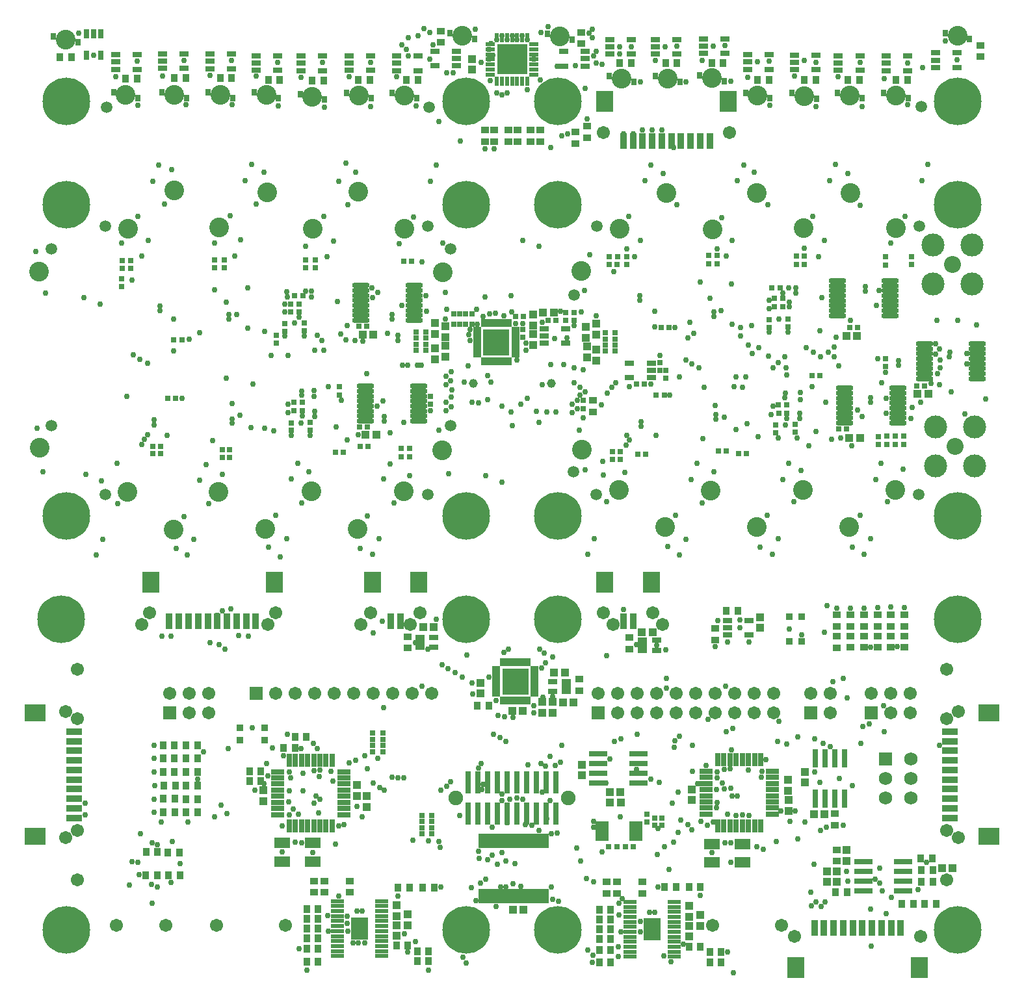
<source format=gts>
G04*
G04 #@! TF.GenerationSoftware,Altium Limited,Altium Designer,18.1.6 (161)*
G04*
G04 Layer_Color=8388736*
%FSTAX44Y44*%
%MOMM*%
G71*
G01*
G75*
%ADD87R,0.7032X0.9032*%
%ADD88R,1.1032X0.9032*%
%ADD89R,1.3032X0.8032*%
%ADD90R,0.9032X1.1032*%
%ADD91R,2.2032X2.8032*%
%ADD92R,0.9032X2.0032*%
%ADD93R,3.9032X3.9032*%
%ADD94R,1.2432X0.5332*%
%ADD95R,0.5332X1.2432*%
%ADD96R,1.1032X1.0032*%
%ADD97R,0.8032X1.3032*%
%ADD98R,0.8032X0.7532*%
%ADD99O,2.3032X0.6532*%
%ADD100R,0.7032X0.8032*%
%ADD101R,0.8032X0.7032*%
%ADD102R,0.7532X0.8032*%
%ADD103R,0.8032X0.8032*%
%ADD104R,1.0032X1.1032*%
%ADD105R,0.8032X0.8032*%
%ADD106R,3.3528X3.3528*%
%ADD107R,0.5080X1.0160*%
%ADD108R,1.0160X0.5080*%
%ADD109R,2.8032X2.2032*%
%ADD110R,2.0032X0.9032*%
%ADD111R,1.2032X0.6732*%
%ADD112R,1.7032X0.7532*%
%ADD113R,0.7532X1.7032*%
%ADD114R,2.4032X0.8032*%
%ADD115R,0.7112X2.9972*%
%ADD116R,0.6350X1.8542*%
%ADD117R,2.0032X1.4032*%
%ADD118R,0.9032X0.9532*%
%ADD119R,1.6532X0.5032*%
%ADD120R,1.7732X0.6132*%
%ADD121R,2.2282X2.8832*%
%ADD122R,0.9532X0.9032*%
%ADD123R,0.8032X2.4032*%
%ADD124C,0.7620*%
%ADD125C,1.5032*%
%ADD126C,2.5654*%
%ADD127C,1.7032*%
%ADD128C,6.2032*%
%ADD129C,2.2032*%
%ADD130C,3.0032*%
%ADD131C,1.1684*%
%ADD132R,1.7032X1.7032*%
%ADD133C,1.9032*%
%ADD134R,1.7272X1.7272*%
%ADD135C,1.7272*%
D87*
X00976Y0115125D02*
D03*
X00944Y0115875D02*
D03*
X00916Y01174D02*
D03*
X00884Y011815D02*
D03*
X01156Y0115125D02*
D03*
X01124Y0115875D02*
D03*
X01096Y0115125D02*
D03*
X01064Y0115875D02*
D03*
X010365Y011505D02*
D03*
X010045Y01158D02*
D03*
X007985Y01173D02*
D03*
X007665Y011805D02*
D03*
X00591Y0122875D02*
D03*
X00559Y0123625D02*
D03*
X00516Y0115125D02*
D03*
X00484Y0115875D02*
D03*
X004565Y0115125D02*
D03*
X004245Y0115875D02*
D03*
X00396Y011495D02*
D03*
X00364Y01157D02*
D03*
X00336Y0115175D02*
D03*
X00304Y0115925D02*
D03*
X00276Y0115175D02*
D03*
X00244Y0115925D02*
D03*
X00216Y0115175D02*
D03*
X00184Y0115925D02*
D03*
X00153Y0115175D02*
D03*
X00121Y0115925D02*
D03*
X0007475Y0122425D02*
D03*
X0004275Y0123175D02*
D03*
X008585Y01173D02*
D03*
X008265Y011805D02*
D03*
X006865Y01235424D02*
D03*
X007185Y01227924D02*
D03*
X01204Y0123625D02*
D03*
X01236Y0122875D02*
D03*
D88*
X0125Y01220565D02*
D03*
Y01205565D02*
D03*
X0073Y012225D02*
D03*
Y012375D02*
D03*
X007375Y01115D02*
D03*
Y011D02*
D03*
X007225Y011075D02*
D03*
Y010925D02*
D03*
X00677Y0111D02*
D03*
Y01095D02*
D03*
X006645Y0111D02*
D03*
Y01095D02*
D03*
X006475Y0111D02*
D03*
Y01095D02*
D03*
X00635Y0111D02*
D03*
Y01095D02*
D03*
X00617Y0111D02*
D03*
Y01095D02*
D03*
X006045Y0111D02*
D03*
Y01095D02*
D03*
X005475Y01224174D02*
D03*
Y01239174D02*
D03*
X00745Y007575D02*
D03*
Y007425D02*
D03*
X00792558Y0043378D02*
D03*
Y0044878D02*
D03*
X01150972Y00478297D02*
D03*
Y00463297D02*
D03*
Y00450797D02*
D03*
Y00435798D02*
D03*
X01133473Y00450797D02*
D03*
Y00435798D02*
D03*
Y00478297D02*
D03*
Y00463297D02*
D03*
X01115972Y00450797D02*
D03*
Y00435798D02*
D03*
Y00478297D02*
D03*
Y00463297D02*
D03*
X01098472Y00478297D02*
D03*
Y00463297D02*
D03*
Y00450797D02*
D03*
Y00435798D02*
D03*
X01080972Y00450797D02*
D03*
Y00435798D02*
D03*
Y00478297D02*
D03*
Y00463297D02*
D03*
X01063Y004785D02*
D03*
Y004635D02*
D03*
Y00450292D02*
D03*
Y00435292D02*
D03*
X0090481Y00445743D02*
D03*
Y00460743D02*
D03*
X01062772Y00157313D02*
D03*
Y00172313D02*
D03*
X0081Y001155D02*
D03*
Y001305D02*
D03*
X00762944Y00115501D02*
D03*
Y00130501D02*
D03*
X00728Y003945D02*
D03*
Y003795D02*
D03*
X00504Y00450107D02*
D03*
Y00435108D02*
D03*
X00429Y00131559D02*
D03*
Y00116559D02*
D03*
X00381944Y00131559D02*
D03*
Y00116559D02*
D03*
X00777Y001155D02*
D03*
Y001305D02*
D03*
X00396Y00131559D02*
D03*
Y00116559D02*
D03*
X01060294Y002045D02*
D03*
Y002195D02*
D03*
D89*
X01191618Y01210525D02*
D03*
Y01201025D02*
D03*
Y01191525D02*
D03*
X01219618D02*
D03*
Y01210525D02*
D03*
X01155Y012065D02*
D03*
Y011875D02*
D03*
X01127D02*
D03*
Y01197D02*
D03*
Y012065D02*
D03*
X01065Y01207D02*
D03*
Y011975D02*
D03*
Y01188D02*
D03*
X01093D02*
D03*
Y01207D02*
D03*
X01036Y012075D02*
D03*
Y011885D02*
D03*
X01008D02*
D03*
Y01198D02*
D03*
Y012075D02*
D03*
X00975Y0120825D02*
D03*
Y0118925D02*
D03*
X00947D02*
D03*
Y0119875D02*
D03*
Y0120825D02*
D03*
X009175Y0122875D02*
D03*
Y0120975D02*
D03*
X008895D02*
D03*
Y0121925D02*
D03*
Y0122875D02*
D03*
X00855Y01228D02*
D03*
Y01209D02*
D03*
X00827D02*
D03*
Y012185D02*
D03*
Y01228D02*
D03*
X00767D02*
D03*
Y012185D02*
D03*
Y01209D02*
D03*
X00795D02*
D03*
Y01228D02*
D03*
X00539638Y011938D02*
D03*
Y012128D02*
D03*
X00567637D02*
D03*
Y012033D02*
D03*
Y011938D02*
D03*
X005175Y012065D02*
D03*
Y011875D02*
D03*
X004895D02*
D03*
Y01197D02*
D03*
Y012065D02*
D03*
X004555Y01207D02*
D03*
Y01188D02*
D03*
X004275D02*
D03*
Y011975D02*
D03*
Y01207D02*
D03*
X00335Y01207D02*
D03*
Y01188D02*
D03*
X00307D02*
D03*
Y011975D02*
D03*
Y01207D02*
D03*
X00275Y01209D02*
D03*
Y0119D02*
D03*
X00247D02*
D03*
Y011995D02*
D03*
Y01209D02*
D03*
X00213Y012095D02*
D03*
Y011905D02*
D03*
X00185D02*
D03*
Y012D02*
D03*
Y012095D02*
D03*
X00152Y0120825D02*
D03*
Y0118925D02*
D03*
X00124D02*
D03*
Y0119875D02*
D03*
Y0120825D02*
D03*
X00365Y012065D02*
D03*
Y01197D02*
D03*
Y011875D02*
D03*
X00393D02*
D03*
Y012065D02*
D03*
X007355Y011935D02*
D03*
Y01203D02*
D03*
Y012125D02*
D03*
X007075D02*
D03*
Y011935D02*
D03*
X00793208Y0078725D02*
D03*
Y0080625D02*
D03*
X00821208D02*
D03*
Y0079675D02*
D03*
Y0078725D02*
D03*
X00709556Y00851036D02*
D03*
Y00832036D02*
D03*
X00681556D02*
D03*
Y00841536D02*
D03*
Y00851036D02*
D03*
X00920482Y00471063D02*
D03*
Y00461562D02*
D03*
Y00452063D02*
D03*
X00948482D02*
D03*
Y00471063D02*
D03*
D90*
X01155Y011755D02*
D03*
X0114D02*
D03*
X010925Y01175D02*
D03*
X010775D02*
D03*
X010355Y011755D02*
D03*
X010205D02*
D03*
X00975Y011755D02*
D03*
X0096D02*
D03*
X00915Y01197D02*
D03*
X009D02*
D03*
X0078D02*
D03*
X00795D02*
D03*
X005175Y01175D02*
D03*
X005025D02*
D03*
X00455Y011755D02*
D03*
X0044D02*
D03*
X003375Y011755D02*
D03*
X003225D02*
D03*
X00275Y011775D02*
D03*
X0026D02*
D03*
X00215Y011775D02*
D03*
X002D02*
D03*
X0006625Y01205D02*
D03*
X0005125D02*
D03*
X00152Y0117675D02*
D03*
X00137D02*
D03*
X0038Y011745D02*
D03*
X00395D02*
D03*
X0084Y01197D02*
D03*
X00855D02*
D03*
X007685Y00025514D02*
D03*
X007535D02*
D03*
X00934062Y00483493D02*
D03*
X00919062D02*
D03*
X01172082Y00161194D02*
D03*
X01187082D02*
D03*
X01187772Y00145438D02*
D03*
X01172772D02*
D03*
X01187772Y0013077D02*
D03*
X01172772D02*
D03*
X011925Y00102D02*
D03*
X011775D02*
D03*
X011475Y00102D02*
D03*
X011625D02*
D03*
X010615Y00116559D02*
D03*
X010765D02*
D03*
X008975Y0002594D02*
D03*
X009125D02*
D03*
X008855Y00124D02*
D03*
X008705D02*
D03*
X008385Y00124147D02*
D03*
X008535D02*
D03*
X007535Y00042D02*
D03*
X007685D02*
D03*
Y00068502D02*
D03*
X007535D02*
D03*
X007685Y00094D02*
D03*
X007535D02*
D03*
X005945Y00360186D02*
D03*
X006095D02*
D03*
X005165Y00027D02*
D03*
X005315D02*
D03*
X005385Y00123D02*
D03*
X005235D02*
D03*
X004915Y00123D02*
D03*
X005065D02*
D03*
X003725Y00095059D02*
D03*
X003875D02*
D03*
X003725Y00069562D02*
D03*
X003875D02*
D03*
Y00043059D02*
D03*
X003725D02*
D03*
Y00026574D02*
D03*
X003875D02*
D03*
X00312959Y00262D02*
D03*
X00297959D02*
D03*
X00312959Y00274648D02*
D03*
X00297958D02*
D03*
X003422Y00305D02*
D03*
X003572D02*
D03*
X00372275Y00319D02*
D03*
X00357275D02*
D03*
X00163Y00139D02*
D03*
X00178D02*
D03*
X002075D02*
D03*
X001925D02*
D03*
X002065Y0016854D02*
D03*
X001915D02*
D03*
X001635Y001695D02*
D03*
X001785D02*
D03*
X00185942Y0022125D02*
D03*
X00200942D02*
D03*
X00185942Y0023875D02*
D03*
X00200942D02*
D03*
X00186442Y0025625D02*
D03*
X00201442D02*
D03*
X00185542Y0029125D02*
D03*
X00200542D02*
D03*
X00185542Y0027375D02*
D03*
X00200543D02*
D03*
X00185542Y0030875D02*
D03*
X00200543D02*
D03*
X002155Y00274D02*
D03*
X002305D02*
D03*
X002305Y0030875D02*
D03*
X002155D02*
D03*
X002155Y0022125D02*
D03*
X002305D02*
D03*
X002155Y00238D02*
D03*
X002305D02*
D03*
X002155Y00255749D02*
D03*
X002305D02*
D03*
X002155Y0029125D02*
D03*
X002305D02*
D03*
X008975Y00039252D02*
D03*
X009125D02*
D03*
X007685Y00081001D02*
D03*
X007535D02*
D03*
X007685Y00056D02*
D03*
X007535D02*
D03*
X003725Y00057059D02*
D03*
X003875D02*
D03*
X003725Y00082059D02*
D03*
X003875D02*
D03*
X00489501Y00047245D02*
D03*
X005045D02*
D03*
X005315Y00040311D02*
D03*
X005165D02*
D03*
X008855Y00046186D02*
D03*
X00870501D02*
D03*
D91*
X009215Y01147D02*
D03*
X00761D02*
D03*
X008215Y00521D02*
D03*
X00761D02*
D03*
X0033025D02*
D03*
X0016975D02*
D03*
X0100975Y00019D02*
D03*
X0117025D02*
D03*
X005185Y00521D02*
D03*
X00458D02*
D03*
D92*
X008975Y01096D02*
D03*
X00885D02*
D03*
X008725D02*
D03*
X0086D02*
D03*
X0081D02*
D03*
X007975D02*
D03*
X00785D02*
D03*
X008475D02*
D03*
X00835D02*
D03*
X008225D02*
D03*
X007975Y0047D02*
D03*
X00785D02*
D03*
X0030625D02*
D03*
X0029375D02*
D03*
X0028125D02*
D03*
X0026875D02*
D03*
X0021875D02*
D03*
X0020625D02*
D03*
X0019375D02*
D03*
X0025625D02*
D03*
X0024375D02*
D03*
X0023125D02*
D03*
X0103375Y0007D02*
D03*
X0104625D02*
D03*
X0105875D02*
D03*
X0107125D02*
D03*
X0112125D02*
D03*
X0113375D02*
D03*
X0114625D02*
D03*
X0108375D02*
D03*
X0109625D02*
D03*
X0110875D02*
D03*
X004945Y0047D02*
D03*
X00482D02*
D03*
D93*
X0064Y01202D02*
D03*
D94*
X0066835Y012215D02*
D03*
Y01215D02*
D03*
Y012085D02*
D03*
Y01202D02*
D03*
Y011955D02*
D03*
Y01189D02*
D03*
Y011825D02*
D03*
X0061165D02*
D03*
Y01189D02*
D03*
Y011955D02*
D03*
Y01202D02*
D03*
Y012085D02*
D03*
Y01215D02*
D03*
Y012215D02*
D03*
D95*
X006205Y0123035D02*
D03*
X00627D02*
D03*
X006335D02*
D03*
X0064D02*
D03*
X006465D02*
D03*
X00653D02*
D03*
X006595D02*
D03*
Y0117365D02*
D03*
X00653D02*
D03*
X006465D02*
D03*
X0064D02*
D03*
X006335D02*
D03*
X00627D02*
D03*
X006205D02*
D03*
D96*
X005875Y011885D02*
D03*
Y012025D02*
D03*
X00749554Y0082386D02*
D03*
Y0080986D02*
D03*
X007375Y00827942D02*
D03*
Y00813942D02*
D03*
X00553466Y00828766D02*
D03*
Y00814766D02*
D03*
X0053975Y008255D02*
D03*
Y008115D02*
D03*
X00667426Y0086925D02*
D03*
Y0085525D02*
D03*
X00736092Y00853578D02*
D03*
Y00839578D02*
D03*
X00749554Y00857642D02*
D03*
Y00843642D02*
D03*
X00553466Y00854214D02*
D03*
Y00840214D02*
D03*
X0053975Y00858484D02*
D03*
Y00844484D02*
D03*
X00667426Y00844102D02*
D03*
Y00830102D02*
D03*
X00962562Y00475493D02*
D03*
Y00461493D02*
D03*
X00731Y00283D02*
D03*
Y00269D02*
D03*
X00874338Y00251D02*
D03*
Y00237D02*
D03*
X00999Y0024919D02*
D03*
Y0026319D02*
D03*
X01Y00223D02*
D03*
Y00237D02*
D03*
X01075272Y00171743D02*
D03*
Y00157743D02*
D03*
X01062772Y00130313D02*
D03*
Y00144313D02*
D03*
X01050272Y00130313D02*
D03*
Y00144313D02*
D03*
X00885Y00073D02*
D03*
Y00087D02*
D03*
X00871Y00085D02*
D03*
Y00099D02*
D03*
X00693Y00365D02*
D03*
Y00351D02*
D03*
X00679Y00351D02*
D03*
Y00365D02*
D03*
X00599251Y0039D02*
D03*
Y00376D02*
D03*
X00451Y00228D02*
D03*
Y00242D02*
D03*
X0049Y00100059D02*
D03*
Y00086059D02*
D03*
X00504Y00088059D02*
D03*
Y00074059D02*
D03*
X00438Y00242648D02*
D03*
Y00256648D02*
D03*
X00316Y00249648D02*
D03*
Y00235648D02*
D03*
X00870972Y00073003D02*
D03*
Y00059003D02*
D03*
X00489972Y00060061D02*
D03*
Y00074062D02*
D03*
X01021Y00259648D02*
D03*
Y00273648D02*
D03*
D97*
X001045Y0123575D02*
D03*
X00095D02*
D03*
X000855D02*
D03*
Y0120775D02*
D03*
X001045D02*
D03*
D98*
X007325Y00747036D02*
D03*
Y00757536D02*
D03*
X0084025Y00797D02*
D03*
Y007865D02*
D03*
X0083275Y00796878D02*
D03*
Y00807378D02*
D03*
X00709853Y00861648D02*
D03*
Y00872148D02*
D03*
X0072075D02*
D03*
Y00861648D02*
D03*
X0033274Y00842684D02*
D03*
Y00832184D02*
D03*
X00533446Y0076326D02*
D03*
Y0075276D02*
D03*
X0112649Y00801704D02*
D03*
Y00812204D02*
D03*
X01160018Y009348D02*
D03*
Y009453D02*
D03*
X01150112Y00711112D02*
D03*
Y00700612D02*
D03*
X01117346Y00710858D02*
D03*
Y00700358D02*
D03*
X01128268Y00711112D02*
D03*
Y00700612D02*
D03*
X0113919Y00711112D02*
D03*
Y00700612D02*
D03*
X01010158Y00935054D02*
D03*
Y00945554D02*
D03*
X0090678Y0093607D02*
D03*
Y0094657D02*
D03*
X00789686Y00934546D02*
D03*
Y00945046D02*
D03*
X01020826Y0093497D02*
D03*
Y0094547D02*
D03*
X00896112Y0093607D02*
D03*
Y0094657D02*
D03*
X01125982Y00934292D02*
D03*
Y00944792D02*
D03*
X00415036Y00764874D02*
D03*
Y00775374D02*
D03*
X004953Y00684356D02*
D03*
Y00694856D02*
D03*
X00262382Y0068334D02*
D03*
Y0069384D02*
D03*
X00506476Y00684356D02*
D03*
Y00694856D02*
D03*
X00272034Y0068334D02*
D03*
Y0069384D02*
D03*
X00371Y00940728D02*
D03*
Y00930228D02*
D03*
X00131572Y00905674D02*
D03*
Y00916174D02*
D03*
X00143256Y0094022D02*
D03*
Y0092972D02*
D03*
X0013208Y0094022D02*
D03*
Y0092972D02*
D03*
X0038354Y00940728D02*
D03*
Y00930228D02*
D03*
X0025273Y00940728D02*
D03*
Y00930228D02*
D03*
X00264922Y00940728D02*
D03*
Y00930228D02*
D03*
D99*
X00518072Y00730754D02*
D03*
Y00737254D02*
D03*
Y00743754D02*
D03*
Y00750254D02*
D03*
Y00756754D02*
D03*
Y00763254D02*
D03*
Y00769754D02*
D03*
Y00776254D02*
D03*
X00449072Y00730754D02*
D03*
Y00737254D02*
D03*
Y00743754D02*
D03*
Y00750254D02*
D03*
Y00756754D02*
D03*
Y00763254D02*
D03*
Y00769754D02*
D03*
Y00776254D02*
D03*
X0107315Y0077368D02*
D03*
Y0076718D02*
D03*
Y0076068D02*
D03*
Y0075418D02*
D03*
Y0074768D02*
D03*
Y0074118D02*
D03*
Y0073468D02*
D03*
Y0072818D02*
D03*
X0114215Y0077368D02*
D03*
Y0076718D02*
D03*
Y0076068D02*
D03*
Y0075418D02*
D03*
Y0074768D02*
D03*
Y0074118D02*
D03*
Y0073468D02*
D03*
Y0072818D02*
D03*
X01177124Y0083171D02*
D03*
Y0082521D02*
D03*
Y0081871D02*
D03*
Y0081221D02*
D03*
Y0080571D02*
D03*
Y0079921D02*
D03*
Y0079271D02*
D03*
Y0078621D02*
D03*
X01246124Y0083171D02*
D03*
Y0082521D02*
D03*
Y0081871D02*
D03*
Y0081221D02*
D03*
Y0080571D02*
D03*
Y0079921D02*
D03*
Y0079271D02*
D03*
Y0078621D02*
D03*
X01063332Y00913668D02*
D03*
Y00907168D02*
D03*
Y00900668D02*
D03*
Y00894168D02*
D03*
Y00887668D02*
D03*
Y00881168D02*
D03*
Y00874668D02*
D03*
Y00868168D02*
D03*
X01132332Y00913668D02*
D03*
Y00907168D02*
D03*
Y00900668D02*
D03*
Y00894168D02*
D03*
Y00887668D02*
D03*
Y00881168D02*
D03*
Y00874668D02*
D03*
Y00868168D02*
D03*
X00443318Y00907572D02*
D03*
Y00901072D02*
D03*
Y00894572D02*
D03*
Y00888072D02*
D03*
Y00881572D02*
D03*
Y00875072D02*
D03*
Y00868572D02*
D03*
Y00862072D02*
D03*
X00512318Y00907572D02*
D03*
Y00901072D02*
D03*
Y00894572D02*
D03*
Y00888072D02*
D03*
Y00881572D02*
D03*
Y00875072D02*
D03*
Y00868572D02*
D03*
Y00862072D02*
D03*
D100*
X00377444Y0072915D02*
D03*
Y0071915D02*
D03*
X00352498Y00728642D02*
D03*
Y00718642D02*
D03*
X01008522Y00716356D02*
D03*
Y00726356D02*
D03*
X00983576Y00715848D02*
D03*
Y00725848D02*
D03*
X00999723Y0085341D02*
D03*
Y0086341D02*
D03*
X00974577Y00852902D02*
D03*
Y00862902D02*
D03*
X0065405Y00840054D02*
D03*
Y00850054D02*
D03*
X00369316Y00858436D02*
D03*
Y00848436D02*
D03*
X0034417Y00857928D02*
D03*
Y00847928D02*
D03*
X00816Y0020882D02*
D03*
Y0021882D02*
D03*
X008255Y0021382D02*
D03*
Y0020382D02*
D03*
X0083525Y0021382D02*
D03*
Y0020382D02*
D03*
D101*
X00451278Y0072288D02*
D03*
X00441278D02*
D03*
X01075356Y00720306D02*
D03*
X01065356D02*
D03*
X0117721Y00776728D02*
D03*
X0116721D02*
D03*
X01090088Y0085242D02*
D03*
X01080088D02*
D03*
X0044077Y00854706D02*
D03*
X0045077D02*
D03*
X00654986Y00867152D02*
D03*
X00644986D02*
D03*
X00802006Y00779D02*
D03*
X00812006D02*
D03*
X0068725Y00861818D02*
D03*
X0069725D02*
D03*
D102*
X00989Y0090475D02*
D03*
X009785D02*
D03*
X00827616Y00764282D02*
D03*
X00838116D02*
D03*
X00992489Y00879716D02*
D03*
X00981989D02*
D03*
X00992349Y00890638D02*
D03*
X00981849D02*
D03*
X01040838Y0079025D02*
D03*
X01030338D02*
D03*
X00997582Y00752277D02*
D03*
X00987082D02*
D03*
X00945304Y00688082D02*
D03*
X00934804D02*
D03*
X00918888Y00691638D02*
D03*
X00908388D02*
D03*
X00780966Y00680462D02*
D03*
X00770466D02*
D03*
X0078122Y00690622D02*
D03*
X0077072D02*
D03*
X0081424Y0068732D02*
D03*
X0080374D02*
D03*
X00777156Y00945384D02*
D03*
X00766656D02*
D03*
X00776902Y00934546D02*
D03*
X00766402D02*
D03*
X00366504Y00755071D02*
D03*
X00356004D02*
D03*
X00442298Y0069748D02*
D03*
X00452798D02*
D03*
X00172042Y00688844D02*
D03*
X00182542D02*
D03*
X0042054Y00690368D02*
D03*
X0041004D02*
D03*
X00171788Y00697734D02*
D03*
X00182288D02*
D03*
X00498686Y00939288D02*
D03*
X00509186D02*
D03*
X00210016Y00836926D02*
D03*
X00199516D02*
D03*
X00357Y00894572D02*
D03*
X003675D02*
D03*
X003625Y00883632D02*
D03*
X00352D02*
D03*
X00362482Y0087275D02*
D03*
X00351982D02*
D03*
X00844434Y0085242D02*
D03*
X00833934D02*
D03*
X00997722Y00741355D02*
D03*
X00987222D02*
D03*
X002021Y00760336D02*
D03*
X001916D02*
D03*
X00356144Y00744149D02*
D03*
X00366644D02*
D03*
X00798Y00176D02*
D03*
X007875D02*
D03*
X00776625D02*
D03*
X00766125D02*
D03*
D103*
X00761088Y00821878D02*
D03*
Y00829878D02*
D03*
Y00837878D02*
D03*
Y00845878D02*
D03*
X00774088D02*
D03*
Y00837878D02*
D03*
Y00829878D02*
D03*
Y00821878D02*
D03*
X00528216Y00846974D02*
D03*
Y00838974D02*
D03*
Y00830974D02*
D03*
Y00822974D02*
D03*
X00515216D02*
D03*
Y00830974D02*
D03*
Y00838974D02*
D03*
Y00846974D02*
D03*
X005225Y00217D02*
D03*
Y00209D02*
D03*
Y00201D02*
D03*
Y00193D02*
D03*
X005355D02*
D03*
Y00201D02*
D03*
Y00209D02*
D03*
Y00217D02*
D03*
X004715Y003D02*
D03*
Y00308D02*
D03*
Y00316D02*
D03*
Y00324D02*
D03*
X004585D02*
D03*
Y00316D02*
D03*
Y00308D02*
D03*
Y003D02*
D03*
D104*
X006945Y0087225D02*
D03*
X006805D02*
D03*
X01079104Y00709164D02*
D03*
X01093104D02*
D03*
X01168258Y0076606D02*
D03*
X01182258D02*
D03*
X01089264Y00842006D02*
D03*
X01075264D02*
D03*
X00449358Y0071272D02*
D03*
X00463358D02*
D03*
X00445628Y00843784D02*
D03*
X00459628D02*
D03*
X00823Y00456D02*
D03*
X00809D02*
D03*
X00781689Y00234D02*
D03*
X00767689D02*
D03*
X00781Y0024721D02*
D03*
X00767D02*
D03*
X012Y00148D02*
D03*
X01214D02*
D03*
X00709Y00403D02*
D03*
X00695D02*
D03*
X0070605Y00364001D02*
D03*
X0072005D02*
D03*
X0064Y00353D02*
D03*
X00654D02*
D03*
X00641Y00094D02*
D03*
X00655D02*
D03*
X00538Y00462D02*
D03*
X00524D02*
D03*
X01033Y002185D02*
D03*
X01047D02*
D03*
D105*
X00563818Y0087035D02*
D03*
X00571818D02*
D03*
X00579818D02*
D03*
X00587818D02*
D03*
Y0085735D02*
D03*
X00579818D02*
D03*
X00571818D02*
D03*
X00563818D02*
D03*
D106*
X00619506Y00833624D02*
D03*
X00644392Y00391655D02*
D03*
D107*
X0060198Y00858516D02*
D03*
X0060706D02*
D03*
X00611886D02*
D03*
X00616966D02*
D03*
X00622046D02*
D03*
X00627126D02*
D03*
X00631952D02*
D03*
X00637032D02*
D03*
Y00808732D02*
D03*
X00631952D02*
D03*
X00627126D02*
D03*
X00622046D02*
D03*
X00616966D02*
D03*
X00611886D02*
D03*
X0060706D02*
D03*
X0060198D02*
D03*
X00661918Y00416547D02*
D03*
X00656838D02*
D03*
X00652012D02*
D03*
X00646932D02*
D03*
X00641852D02*
D03*
X00636772D02*
D03*
X00631946D02*
D03*
X00626866D02*
D03*
Y00366763D02*
D03*
X00631946D02*
D03*
X00636772D02*
D03*
X00641852D02*
D03*
X00646932D02*
D03*
X00652012D02*
D03*
X00656838D02*
D03*
X00661918D02*
D03*
D108*
X00644398Y0085115D02*
D03*
Y0084607D02*
D03*
Y00841244D02*
D03*
Y00836164D02*
D03*
Y00831084D02*
D03*
Y00826004D02*
D03*
Y00821178D02*
D03*
Y00816098D02*
D03*
X00594614D02*
D03*
Y00821178D02*
D03*
Y00826004D02*
D03*
Y00831084D02*
D03*
Y00836164D02*
D03*
Y00841244D02*
D03*
Y0084607D02*
D03*
Y0085115D02*
D03*
X00669284Y00374129D02*
D03*
Y00379209D02*
D03*
Y00384035D02*
D03*
Y00389115D02*
D03*
Y00394195D02*
D03*
Y00399275D02*
D03*
Y00404101D02*
D03*
Y00409181D02*
D03*
X006195D02*
D03*
Y00404101D02*
D03*
Y00399275D02*
D03*
Y00394195D02*
D03*
Y00389115D02*
D03*
Y00384035D02*
D03*
Y00379209D02*
D03*
Y00374129D02*
D03*
D109*
X01261Y0018975D02*
D03*
Y0035025D02*
D03*
X00019D02*
D03*
Y0018975D02*
D03*
D110*
X0121Y0021375D02*
D03*
Y0022625D02*
D03*
Y0023875D02*
D03*
Y0025125D02*
D03*
Y0030125D02*
D03*
Y0031375D02*
D03*
Y0032625D02*
D03*
Y0026375D02*
D03*
Y0027625D02*
D03*
Y0028875D02*
D03*
X0007Y0032625D02*
D03*
Y0031375D02*
D03*
Y0030125D02*
D03*
Y0028875D02*
D03*
Y0023875D02*
D03*
Y0022625D02*
D03*
Y0021375D02*
D03*
Y0027625D02*
D03*
Y0026375D02*
D03*
Y0025125D02*
D03*
D111*
X0081Y0044528D02*
D03*
Y0043228D02*
D03*
X00828Y0044528D02*
D03*
Y0043228D02*
D03*
X0081Y0043878D02*
D03*
X00711Y00385D02*
D03*
X00693Y003915D02*
D03*
Y003785D02*
D03*
X00711Y003915D02*
D03*
Y003785D02*
D03*
X0052Y00449D02*
D03*
Y00436D02*
D03*
X00538Y00449D02*
D03*
Y00436D02*
D03*
X0052Y004425D02*
D03*
D112*
X00892926Y00274648D02*
D03*
Y00266648D02*
D03*
Y00258648D02*
D03*
Y00250648D02*
D03*
Y00242648D02*
D03*
Y00234648D02*
D03*
Y00226648D02*
D03*
Y00218648D02*
D03*
X00978926D02*
D03*
Y00226648D02*
D03*
Y00234648D02*
D03*
Y00242648D02*
D03*
Y00250648D02*
D03*
Y00258648D02*
D03*
Y00266648D02*
D03*
Y00274648D02*
D03*
X00334791Y00274D02*
D03*
Y00266D02*
D03*
Y00258D02*
D03*
Y0025D02*
D03*
Y00242D02*
D03*
Y00234D02*
D03*
Y00226D02*
D03*
Y00218D02*
D03*
X00420791D02*
D03*
Y00226D02*
D03*
Y00234D02*
D03*
Y00242D02*
D03*
Y0025D02*
D03*
Y00258D02*
D03*
Y00266D02*
D03*
Y00274D02*
D03*
D113*
X00907925Y00203648D02*
D03*
X00915926D02*
D03*
X00923925D02*
D03*
X00931926D02*
D03*
X00939926D02*
D03*
X00947925D02*
D03*
X00955925D02*
D03*
X00963925D02*
D03*
Y00289648D02*
D03*
X00955925D02*
D03*
X00947925D02*
D03*
X00939926D02*
D03*
X00931926D02*
D03*
X00923925D02*
D03*
X00915926D02*
D03*
X00907925D02*
D03*
X00349791Y00203D02*
D03*
X0035779D02*
D03*
X00365791D02*
D03*
X00373791D02*
D03*
X00381791D02*
D03*
X00389791D02*
D03*
X00397791D02*
D03*
X00405791D02*
D03*
Y00289D02*
D03*
X00397791D02*
D03*
X00389791D02*
D03*
X00381791D02*
D03*
X00373791D02*
D03*
X00365791D02*
D03*
X0035779D02*
D03*
X00349791D02*
D03*
D114*
X01097272Y00144213D02*
D03*
X01149272D02*
D03*
X01097272Y00156913D02*
D03*
Y00131513D02*
D03*
Y00118813D02*
D03*
X01149272Y00156913D02*
D03*
Y00131513D02*
D03*
Y00118813D02*
D03*
X00752413Y00284424D02*
D03*
X00804413D02*
D03*
X00752413Y00297124D02*
D03*
Y00271724D02*
D03*
Y00259024D02*
D03*
X00804413Y00297124D02*
D03*
Y00271724D02*
D03*
Y00259024D02*
D03*
D115*
X0069715Y0021968D02*
D03*
Y0026032D02*
D03*
X0068445Y0021968D02*
D03*
Y0026032D02*
D03*
X0067175Y0021968D02*
D03*
Y0026032D02*
D03*
X0065905Y0021968D02*
D03*
Y0026032D02*
D03*
X0064635Y0021968D02*
D03*
Y0026032D02*
D03*
X0063365Y0021968D02*
D03*
Y0026032D02*
D03*
X0062095Y0021968D02*
D03*
Y0026032D02*
D03*
X0060825Y0021968D02*
D03*
Y0026032D02*
D03*
X0059555Y0021968D02*
D03*
Y0026032D02*
D03*
X0058285Y0021968D02*
D03*
Y0026032D02*
D03*
D116*
X00599766Y00184184D02*
D03*
X00606116D02*
D03*
X0061272D02*
D03*
X0061907D02*
D03*
X00625674D02*
D03*
X00632278D02*
D03*
X00638628D02*
D03*
X00645232D02*
D03*
X00651582D02*
D03*
X00658186D02*
D03*
X0066479D02*
D03*
X0067114D02*
D03*
X00677744D02*
D03*
X00684094D02*
D03*
Y0011154D02*
D03*
X00677744D02*
D03*
X0067114D02*
D03*
X0066479D02*
D03*
X00658186D02*
D03*
X00651582D02*
D03*
X00645232D02*
D03*
X00638628D02*
D03*
X00632278D02*
D03*
X00625674D02*
D03*
X0061907D02*
D03*
X0061272D02*
D03*
X00606116D02*
D03*
X00599766D02*
D03*
D117*
X00340525Y00181D02*
D03*
X00380525D02*
D03*
Y00157D02*
D03*
X00340525D02*
D03*
X009Y00156D02*
D03*
X0094D02*
D03*
Y0018D02*
D03*
X009D02*
D03*
D118*
X00318Y0033125D02*
D03*
X00286D02*
D03*
Y0031475D02*
D03*
X00318D02*
D03*
D119*
X007575Y0020632D02*
D03*
Y0020132D02*
D03*
Y0019632D02*
D03*
Y0019132D02*
D03*
Y0018632D02*
D03*
X008015Y0020632D02*
D03*
Y0020132D02*
D03*
Y0019632D02*
D03*
Y0019132D02*
D03*
Y0018632D02*
D03*
D120*
X00793572Y00104252D02*
D03*
Y00097752D02*
D03*
Y00091252D02*
D03*
Y00084753D02*
D03*
Y00078252D02*
D03*
Y00071753D02*
D03*
Y00065253D02*
D03*
Y00058753D02*
D03*
Y00052252D02*
D03*
Y00045753D02*
D03*
Y00039253D02*
D03*
Y00032752D02*
D03*
X00850972D02*
D03*
Y00039253D02*
D03*
Y00045753D02*
D03*
Y00052252D02*
D03*
Y00058753D02*
D03*
Y00065253D02*
D03*
Y00071753D02*
D03*
Y00078252D02*
D03*
Y00084753D02*
D03*
Y00091252D02*
D03*
Y00097752D02*
D03*
Y00104252D02*
D03*
X00469972Y00105311D02*
D03*
Y00098812D02*
D03*
Y00092312D02*
D03*
Y00085811D02*
D03*
Y00079311D02*
D03*
Y00072812D02*
D03*
Y00066311D02*
D03*
Y00059811D02*
D03*
Y00053312D02*
D03*
Y00046812D02*
D03*
Y00040311D02*
D03*
Y00033812D02*
D03*
X00412572D02*
D03*
Y00040311D02*
D03*
Y00046812D02*
D03*
Y00053312D02*
D03*
Y00059811D02*
D03*
Y00066311D02*
D03*
Y00072812D02*
D03*
Y00079311D02*
D03*
Y00085811D02*
D03*
Y00092312D02*
D03*
Y00098812D02*
D03*
Y00105311D02*
D03*
D121*
X00822272Y00068502D02*
D03*
X00441272Y00069562D02*
D03*
D122*
X0100075Y00476D02*
D03*
Y00444D02*
D03*
X0101725D02*
D03*
Y00476D02*
D03*
D123*
X01047594Y00239D02*
D03*
Y00291D02*
D03*
X01034894Y00239D02*
D03*
X01060294D02*
D03*
X01072994D02*
D03*
X01034894Y00291D02*
D03*
X01060294D02*
D03*
X01072994D02*
D03*
D124*
X00735Y0116425D02*
D03*
X007355Y011935D02*
D03*
X00545Y0112131D02*
D03*
X00555Y01185D02*
D03*
X00563348D02*
D03*
X005725Y01096D02*
D03*
X0069Y010875D02*
D03*
X01174618Y01191525D02*
D03*
X0078Y012185D02*
D03*
Y01209D02*
D03*
X007575Y01195748D02*
D03*
X0075Y01196957D02*
D03*
X00746476Y01206326D02*
D03*
X01204Y01226D02*
D03*
X01219618Y01201525D02*
D03*
X01125Y0117675D02*
D03*
X01155Y011975D02*
D03*
X00947Y01179D02*
D03*
X00975Y011995D02*
D03*
X009175Y0122D02*
D03*
X008875Y01201D02*
D03*
X00855Y01219416D02*
D03*
X00827Y01201D02*
D03*
X00795Y012185D02*
D03*
X00687Y01244464D02*
D03*
X00617Y01085625D02*
D03*
X006045Y01085609D02*
D03*
X0064Y012D02*
D03*
X00456Y01141D02*
D03*
X004275Y0117975D02*
D03*
X004555Y011985D02*
D03*
X00393Y01198D02*
D03*
X00365Y011785D02*
D03*
X003355Y011415D02*
D03*
X00335Y011985D02*
D03*
X00705Y011025D02*
D03*
X007125Y01105D02*
D03*
X00737623Y01124877D02*
D03*
X00835Y011105D02*
D03*
X0085Y010875D02*
D03*
X008075Y01173D02*
D03*
X0086685D02*
D03*
X0092485Y01174D02*
D03*
X01036Y01141D02*
D03*
X009755Y01142D02*
D03*
X011555Y0114275D02*
D03*
X006Y01198292D02*
D03*
X005325Y012025D02*
D03*
X0061165Y0117415D02*
D03*
X005925Y01241644D02*
D03*
X0062675Y01155551D02*
D03*
X00699Y011935D02*
D03*
X00677Y01175D02*
D03*
X0075Y012125D02*
D03*
X007225Y01193708D02*
D03*
X0066835Y01202D02*
D03*
X00744572Y01230422D02*
D03*
X0074Y01236D02*
D03*
X00744572Y01241644D02*
D03*
X006775Y012375D02*
D03*
X006465Y012275D02*
D03*
X00653Y01233D02*
D03*
X006595Y01227464D02*
D03*
X0083925Y012185D02*
D03*
X0090175Y0121925D02*
D03*
X0095975Y0119875D02*
D03*
X010205Y012005D02*
D03*
X00502791Y01215D02*
D03*
X0049619Y0122131D02*
D03*
X005375D02*
D03*
X00505Y012305D02*
D03*
X005175Y01233D02*
D03*
X00532992Y01237008D02*
D03*
X000755Y0123625D02*
D03*
X00525Y012425D02*
D03*
X0061Y012025D02*
D03*
X00615Y0120775D02*
D03*
X0063375Y01228D02*
D03*
X00626892Y012325D02*
D03*
X0061Y01215D02*
D03*
X00612499Y012225D02*
D03*
X00639999Y012325D02*
D03*
X0062Y012275D02*
D03*
X0009525Y0120775D02*
D03*
X003955Y0114D02*
D03*
X01036Y011985D02*
D03*
X01008Y011805D02*
D03*
X00275Y012005D02*
D03*
X00247Y01181D02*
D03*
X002755Y01143D02*
D03*
X00213Y012005D02*
D03*
X00185Y011805D02*
D03*
X002155Y01143D02*
D03*
X00152Y0119975D02*
D03*
X00124Y0117975D02*
D03*
X001525Y0114225D02*
D03*
X00307Y011805D02*
D03*
X0086Y0109021D02*
D03*
X006595Y01163D02*
D03*
X0081Y011105D02*
D03*
X008225D02*
D03*
X007975Y01105D02*
D03*
X00785D02*
D03*
X008725Y010975D02*
D03*
X0062Y011585D02*
D03*
X006335D02*
D03*
X00885Y01096D02*
D03*
X008975Y01095D02*
D03*
X00505Y012065D02*
D03*
X01093Y01198D02*
D03*
X005155Y011415D02*
D03*
X010955Y01141D02*
D03*
X01065Y011795D02*
D03*
X004895D02*
D03*
X00733085Y00735D02*
D03*
X0072804Y00764506D02*
D03*
X0055Y00962722D02*
D03*
X00711785Y00839265D02*
D03*
X0085233Y0085242D02*
D03*
X00825558Y00853192D02*
D03*
X00890086Y0077495D02*
D03*
X00756589Y00752286D02*
D03*
X01120902Y00780866D02*
D03*
X0103075Y0077575D02*
D03*
X00425016Y00855104D02*
D03*
X00322771Y00566771D02*
D03*
X0020308Y0056508D02*
D03*
X011435Y00809402D02*
D03*
X0114325Y00803833D02*
D03*
X0087163Y0085987D02*
D03*
X009025Y00866795D02*
D03*
Y0087275D02*
D03*
X00362482Y00865947D02*
D03*
X00371518Y00900518D02*
D03*
X0034725Y00892806D02*
D03*
X01001Y0088D02*
D03*
Y00886118D02*
D03*
X0080625Y00894572D02*
D03*
X00806039Y00888017D02*
D03*
X01000549Y00904268D02*
D03*
X00992349Y008975D02*
D03*
X0088484Y0091234D02*
D03*
X0116125Y00749D02*
D03*
X01159307Y00734259D02*
D03*
X0121175Y007685D02*
D03*
X007205Y00855301D02*
D03*
X0072975Y00873D02*
D03*
X00702876Y00873699D02*
D03*
X00679156Y00859468D02*
D03*
X00685038Y00742692D02*
D03*
X00690534Y00804263D02*
D03*
X00646282Y00810263D02*
D03*
X00577516Y00781412D02*
D03*
X00561632Y00771432D02*
D03*
X00560578Y0079527D02*
D03*
X0052225Y0080332D02*
D03*
X0049125Y00835656D02*
D03*
Y008425D02*
D03*
X0050375Y0080332D02*
D03*
X005165Y0080325D02*
D03*
X004975Y0080332D02*
D03*
X00679033Y00778262D02*
D03*
X0061238Y0084075D02*
D03*
X00612376Y00833624D02*
D03*
X00695214Y0083825D02*
D03*
X00749554Y00868054D02*
D03*
X00733085Y00797415D02*
D03*
X007205Y0080063D02*
D03*
X00736346Y00813924D02*
D03*
X0065405Y00858008D02*
D03*
X0106522Y0080278D02*
D03*
X0105968Y00815D02*
D03*
X01052086Y0082075D02*
D03*
X0105925Y008275D02*
D03*
X00961547Y00826514D02*
D03*
X00997524Y0079119D02*
D03*
X00997Y008D02*
D03*
X01042Y00815D02*
D03*
X0103225Y00820495D02*
D03*
X01023Y0082625D02*
D03*
X0099525Y00814882D02*
D03*
X008835Y008D02*
D03*
X0095288Y00818962D02*
D03*
X00974137Y0081575D02*
D03*
X0087425Y008055D02*
D03*
X00866186Y0081D02*
D03*
X0094775Y00829789D02*
D03*
X009375Y0084175D02*
D03*
Y008525D02*
D03*
X00951964Y00854941D02*
D03*
X00926279Y00856776D02*
D03*
X0086875Y0083925D02*
D03*
X0087675Y00845D02*
D03*
X0085775Y0078875D02*
D03*
X00820926Y00779D02*
D03*
X00793208Y00775966D02*
D03*
X0098013Y0080063D02*
D03*
X00987Y0080675D02*
D03*
X00832358Y00816352D02*
D03*
X00764Y0076725D02*
D03*
X00769802Y007745D02*
D03*
X0077525Y00780656D02*
D03*
X00735076Y00768824D02*
D03*
X00944326Y00788441D02*
D03*
X0093175Y007885D02*
D03*
X00940131Y00774869D02*
D03*
X00929306Y00775966D02*
D03*
X0120975Y0081425D02*
D03*
X0121Y00820782D02*
D03*
X01197558Y00810763D02*
D03*
X0112649Y0079451D02*
D03*
X011165Y0081225D02*
D03*
X01172494Y00755006D02*
D03*
X0123196Y0080571D02*
D03*
X011975Y008D02*
D03*
X01196308Y00778512D02*
D03*
X01185558Y00779762D02*
D03*
X01194054Y0079273D02*
D03*
X01231946Y0081871D02*
D03*
X01127637Y0076068D02*
D03*
X01128948Y00625426D02*
D03*
X0114957Y00667762D02*
D03*
X0119634Y00824988D02*
D03*
X01191696Y00831664D02*
D03*
X01191514Y00817876D02*
D03*
X0094615Y00727498D02*
D03*
X00996076Y00725848D02*
D03*
X00979772Y00750245D02*
D03*
X00977392Y00739323D02*
D03*
X00728756Y00775174D02*
D03*
X00721106Y00781046D02*
D03*
X01117632Y00900668D02*
D03*
X01015492Y0075844D02*
D03*
X01015702Y00768092D02*
D03*
X00329608Y0071797D02*
D03*
X00610362Y008702D02*
D03*
X00391922Y00835656D02*
D03*
X00612775Y00781808D02*
D03*
X00383286Y0073685D02*
D03*
X01014364Y00740914D02*
D03*
X00618744Y0087147D02*
D03*
X00386588Y00842337D02*
D03*
X00608076Y00790444D02*
D03*
X00383286Y00743708D02*
D03*
X00997722Y00734377D02*
D03*
X00660081Y00760726D02*
D03*
X00671576Y00743454D02*
D03*
X0072517Y0074701D02*
D03*
X00718566Y00753122D02*
D03*
X00718379Y00742117D02*
D03*
X0072517Y00757678D02*
D03*
X00707644Y00804632D02*
D03*
X00651256Y00752894D02*
D03*
X0069715Y00742692D02*
D03*
X00825558Y00874322D02*
D03*
X00845312Y00764282D02*
D03*
X00827532Y00712466D02*
D03*
X00792884Y00706116D02*
D03*
X00789178Y00712466D02*
D03*
X00788924Y00699313D02*
D03*
X00496062Y00881884D02*
D03*
X00484124Y00864104D02*
D03*
X0048387Y00869692D02*
D03*
X00401113Y00775679D02*
D03*
X00423418Y00836926D02*
D03*
X00394462Y00822956D02*
D03*
X00416814Y00844038D02*
D03*
X00383032Y00822956D02*
D03*
X00348234Y00816606D02*
D03*
X00451104Y0079273D02*
D03*
X00454406Y00763254D02*
D03*
X00451104Y00769754D02*
D03*
X00454406Y00776254D02*
D03*
X00326164Y00816606D02*
D03*
X00594464Y0085735D02*
D03*
X005278Y00894572D02*
D03*
X00199586Y00864162D02*
D03*
X00199516Y00822322D02*
D03*
X00191122Y00712607D02*
D03*
X00585216Y00850134D02*
D03*
X00457868Y00904585D02*
D03*
X00554228Y00789174D02*
D03*
X00157734Y00700274D02*
D03*
X00147066Y00817079D02*
D03*
X00584962Y00836164D02*
D03*
X00458216Y00891536D02*
D03*
X00554228Y00778252D02*
D03*
X00165354Y0071272D02*
D03*
X001651Y00806446D02*
D03*
X00583438Y00843276D02*
D03*
X00559816Y00783586D02*
D03*
X00465398Y00898648D02*
D03*
X0016129Y0070675D02*
D03*
X00155448Y00811526D02*
D03*
X00318008Y00847848D02*
D03*
X0063881Y00894114D02*
D03*
X00593598Y0087613D02*
D03*
X00553466Y00814766D02*
D03*
X00553466Y0086385D02*
D03*
X0055499Y00876804D02*
D03*
X00210262Y00760336D02*
D03*
X00219588Y0083718D02*
D03*
X00174208Y00732571D02*
D03*
X00473456Y00731102D02*
D03*
Y00736596D02*
D03*
X00498602Y00729484D02*
D03*
X00560832Y0076206D02*
D03*
X00554228Y00755646D02*
D03*
X00561086Y00749804D02*
D03*
X00554228Y00743962D02*
D03*
X00344132Y0087271D02*
D03*
X00626872Y00750566D02*
D03*
X003175Y00721102D02*
D03*
X00348694Y00742117D02*
D03*
X00638302Y00742692D02*
D03*
X00658114Y0082321D02*
D03*
X0060833Y0075844D02*
D03*
X00582676Y00802382D02*
D03*
X00596392Y00754884D02*
D03*
X00588296Y00755071D02*
D03*
X00974539Y00877684D02*
D03*
X00417576Y00757932D02*
D03*
X00533446Y00744516D02*
D03*
X00477577Y00845365D02*
D03*
X00629412Y0086766D02*
D03*
X0038227Y00763266D02*
D03*
X00382016Y00770632D02*
D03*
X00366644Y00737319D02*
D03*
X00445628Y00834782D02*
D03*
X00435102Y00835656D02*
D03*
X00640334Y00725206D02*
D03*
X00658368Y00832354D02*
D03*
X00639318Y00872994D02*
D03*
X00644398Y00858008D02*
D03*
X0060198Y00867456D02*
D03*
X01245292Y008563D02*
D03*
X01193546Y00862326D02*
D03*
X01220182Y0086236D02*
D03*
X0125668Y00759598D02*
D03*
X01229614Y00740406D02*
D03*
X01107186Y00761488D02*
D03*
X01106932Y00755646D02*
D03*
X01100021Y00900172D02*
D03*
X01100154Y00905674D02*
D03*
X01061894Y00840054D02*
D03*
X01041146Y00848864D02*
D03*
X01081024Y00861818D02*
D03*
X01020826Y00955798D02*
D03*
X005536Y00898274D02*
D03*
X00734254Y00900862D02*
D03*
X00740854Y00947734D02*
D03*
X00792014Y00997212D02*
D03*
X00789686Y00955544D02*
D03*
X00837244Y01053528D02*
D03*
X00854202Y01012434D02*
D03*
X00912864Y00995688D02*
D03*
X0090678Y00955544D02*
D03*
X01009513Y00904776D02*
D03*
X00955321Y01054831D02*
D03*
X00973248Y01012434D02*
D03*
X011329Y00962916D02*
D03*
X01076972Y01053068D02*
D03*
X01093712Y01011678D02*
D03*
X0052278Y0093797D02*
D03*
X00758698Y00660396D02*
D03*
X00758444Y00678346D02*
D03*
X00439518Y0071272D02*
D03*
X01083056Y00566416D02*
D03*
X01093712Y00608338D02*
D03*
X0112701Y0074118D02*
D03*
X0096266Y00566416D02*
D03*
X00972636Y00608396D02*
D03*
X01007333Y00625567D02*
D03*
X01016054Y00666438D02*
D03*
X01082294Y0069875D02*
D03*
X01067562Y00708656D02*
D03*
X01056386Y0070747D02*
D03*
X01035558Y00717546D02*
D03*
X01026139Y0069875D02*
D03*
X0109601Y00736596D02*
D03*
X01090168Y00744978D02*
D03*
X0088728Y00624132D02*
D03*
X00902692Y00664968D02*
D03*
X00842934Y00567016D02*
D03*
X00853074Y00607972D02*
D03*
X0054483Y00718642D02*
D03*
X00727456Y00719212D02*
D03*
X00763374Y00625592D02*
D03*
X00786748Y00663808D02*
D03*
X00734956Y00667374D02*
D03*
X00557786Y0066196D02*
D03*
X0099568Y00767076D02*
D03*
X00995426Y0076098D02*
D03*
X00174244Y00725928D02*
D03*
X00808228Y00729992D02*
D03*
Y00724404D02*
D03*
X00905256Y00733643D02*
D03*
Y00739323D02*
D03*
X00960036Y00710858D02*
D03*
X00986482Y00708402D02*
D03*
X01011482Y00708656D02*
D03*
X00916828Y00735622D02*
D03*
X0090424Y0075082D02*
D03*
X00888559Y00708215D02*
D03*
X00738803Y00557028D02*
D03*
X00747054Y00577562D02*
D03*
X01120843Y00675756D02*
D03*
X01113294Y0065456D02*
D03*
X01000447Y00675814D02*
D03*
X00992898Y00654618D02*
D03*
X01098535Y00556862D02*
D03*
X01106786Y00577396D02*
D03*
X00978833Y00557003D02*
D03*
X00987084Y00577537D02*
D03*
X00857935Y0055655D02*
D03*
X00866186Y00577084D02*
D03*
X01181295Y01065138D02*
D03*
X0115169Y0099772D02*
D03*
X01173746Y01043942D02*
D03*
X00772414Y00925318D02*
D03*
X01114298Y00881122D02*
D03*
X00987277Y0086341D02*
D03*
X00926135Y00909067D02*
D03*
X00974739Y0084678D02*
D03*
X00999739Y00846954D02*
D03*
X00912013Y00874412D02*
D03*
X00897911Y00890806D02*
D03*
X01009375Y0089778D02*
D03*
X01043241Y00891776D02*
D03*
X00974539Y00888606D02*
D03*
X00931418Y00719466D02*
D03*
X01048654Y00755138D02*
D03*
X01014364Y00734056D02*
D03*
X00880721Y0067539D02*
D03*
X00873172Y00654194D02*
D03*
X00918619Y00945908D02*
D03*
X0092687Y00966442D02*
D03*
X00941467Y01064252D02*
D03*
X00933216Y01043718D02*
D03*
X00821036Y01064733D02*
D03*
X00812785Y01044199D02*
D03*
X00675124Y00728716D02*
D03*
X00626573Y0065142D02*
D03*
X00606039Y00659671D02*
D03*
X01061093Y01064878D02*
D03*
X01031488Y0099746D02*
D03*
X01053544Y01043682D02*
D03*
X00799457Y00945016D02*
D03*
X00807006Y00966212D02*
D03*
X01039185Y00945016D02*
D03*
X01046734Y00966212D02*
D03*
X00653829Y00965796D02*
D03*
X00675025Y00958247D02*
D03*
X00605216Y00892217D02*
D03*
X00263144Y00661412D02*
D03*
X00021396Y00721924D02*
D03*
X0002921Y00664968D02*
D03*
X00125222Y00675636D02*
D03*
X00411226Y00723134D02*
D03*
X00425704Y007065D02*
D03*
X00481632Y00715562D02*
D03*
X00472327Y00756754D02*
D03*
X0046437Y00750254D02*
D03*
X00377498Y00711958D02*
D03*
X00352498Y00712012D02*
D03*
X00375158Y00664714D02*
D03*
X00442408Y00564698D02*
D03*
X00506476Y00659754D02*
D03*
X00378968Y00892806D02*
D03*
X00379106Y00899802D02*
D03*
X00412834Y00886802D02*
D03*
X00347Y00899D02*
D03*
X0035687Y00858436D02*
D03*
X00369332Y0084198D02*
D03*
X00344332Y00841806D02*
D03*
X0027135Y00869868D02*
D03*
X00271504Y00864162D02*
D03*
X00295872Y00851802D02*
D03*
X00233172Y0084607D02*
D03*
X00295729Y00904093D02*
D03*
X00281606Y00869438D02*
D03*
X00252984Y00901835D02*
D03*
X00344132Y00883632D02*
D03*
X00267504Y00885832D02*
D03*
X0036576Y00764282D02*
D03*
Y00770124D02*
D03*
X00364998Y00728642D02*
D03*
X00348694Y00753039D02*
D03*
X00181096Y0088036D02*
D03*
Y00874898D02*
D03*
X0027559Y0072796D02*
D03*
Y00733643D02*
D03*
X0025019Y007051D02*
D03*
X0030226Y0077876D02*
D03*
X0026797Y0078638D02*
D03*
X0028575Y00738416D02*
D03*
X0030034Y0072226D02*
D03*
X00275232Y0075336D02*
D03*
X00458695Y00557003D02*
D03*
X00486222Y00624237D02*
D03*
X00466946Y00577897D02*
D03*
X00365766Y00624237D02*
D03*
X0034649Y00577897D02*
D03*
X00217395Y00556078D02*
D03*
X00244922Y00623312D02*
D03*
X00225646Y00576972D02*
D03*
X00480905Y00675242D02*
D03*
X00451866Y00607434D02*
D03*
X00472654Y0065519D02*
D03*
X00361017Y00675628D02*
D03*
X00331978Y0060782D02*
D03*
X00352766Y00655576D02*
D03*
X00138674Y00762719D02*
D03*
X00423904Y01066774D02*
D03*
X00435932Y01055246D02*
D03*
X00104886Y00653258D02*
D03*
X00084834Y00661508D02*
D03*
X00241577Y0067408D02*
D03*
X00233326Y00654028D02*
D03*
X00212538Y00606272D02*
D03*
X00338239Y0055404D02*
D03*
X00098777Y00556078D02*
D03*
X00126304Y00623312D02*
D03*
X00107028Y00576972D02*
D03*
X0052832Y00874264D02*
D03*
X00020126Y00951794D02*
D03*
X00032512Y00897378D02*
D03*
X00414166Y01043174D02*
D03*
X00286814Y0096672D02*
D03*
X00316908Y01055366D02*
D03*
X005338Y01043222D02*
D03*
X00407718Y00965756D02*
D03*
X00292814Y01043936D02*
D03*
X0016641Y00965954D02*
D03*
X00187198Y0101371D02*
D03*
X00171924Y01043546D02*
D03*
X00082042Y00891644D02*
D03*
X00395158Y00997206D02*
D03*
X00371542Y00958846D02*
D03*
X00196656Y010581D02*
D03*
X00152648Y00997206D02*
D03*
X00131826Y00962402D02*
D03*
X00426214Y01012492D02*
D03*
X00272542Y00998724D02*
D03*
X00252984Y0096291D02*
D03*
X00511744Y00997D02*
D03*
X00492954Y00962196D02*
D03*
X00306748Y01013964D02*
D03*
X00144892Y00914396D02*
D03*
X00301065Y01065258D02*
D03*
X00541349Y01064418D02*
D03*
X00103534Y00883393D02*
D03*
X00278563Y00946238D02*
D03*
X00399467Y00945222D02*
D03*
X00180175Y0106444D02*
D03*
X00158159Y00945902D02*
D03*
X00779Y00087D02*
D03*
X01169Y0012D02*
D03*
X01179998Y00156D02*
D03*
X00238Y003D02*
D03*
X00142Y00126D02*
D03*
X010715Y002045D02*
D03*
X00926Y00302D02*
D03*
X00347775Y00323D02*
D03*
X00693Y00372D02*
D03*
X00644392Y00395553D02*
D03*
X00522882Y00385D02*
D03*
X0068Y00370641D02*
D03*
X00145Y00157D02*
D03*
X00773Y00313237D02*
D03*
X00557Y00408D02*
D03*
X00632Y00313237D02*
D03*
X0063Y00346D02*
D03*
X00641Y00345144D02*
D03*
X00875Y0030875D02*
D03*
X00895Y00342501D02*
D03*
X00987655Y00339945D02*
D03*
X00852421Y00314D02*
D03*
X00851Y00306D02*
D03*
X00858Y0032D02*
D03*
X00400722Y00066311D02*
D03*
X00154Y0014D02*
D03*
X00622Y00347491D02*
D03*
X00596449Y00278354D02*
D03*
X01197Y0030875D02*
D03*
X0094002Y0021781D02*
D03*
X00932001Y00216999D02*
D03*
X00949Y00216851D02*
D03*
X00917004Y00181D02*
D03*
X00925D02*
D03*
X00926586Y00242648D02*
D03*
X00933017D02*
D03*
X00925295Y00156D02*
D03*
X009Y00168429D02*
D03*
X01000746Y0046D02*
D03*
X00762624Y00259024D02*
D03*
X00340525Y00169525D02*
D03*
X00380525Y00168429D02*
D03*
X00641036Y00128334D02*
D03*
X00389586Y0023826D02*
D03*
X00385Y00242D02*
D03*
X00177858Y0017854D02*
D03*
X001525Y00156D02*
D03*
X002075Y00154D02*
D03*
Y00139D02*
D03*
X00171Y001025D02*
D03*
X01054Y00307D02*
D03*
X00465Y0029125D02*
D03*
X004725Y003575D02*
D03*
X01125Y00326D02*
D03*
X01094Y00311D02*
D03*
X01012Y00319D02*
D03*
X00841472Y00382472D02*
D03*
X00918Y00385D02*
D03*
X01105Y00336D02*
D03*
X01096928Y00332928D02*
D03*
X01112856Y00133856D02*
D03*
X01118998Y00129D02*
D03*
X0086Y0021132D02*
D03*
X00848806Y0023333D02*
D03*
X00856484Y00195152D02*
D03*
X00821Y00264D02*
D03*
X00832Y0026032D02*
D03*
X00782144Y00317144D02*
D03*
X00803Y00322449D02*
D03*
X00829Y00166D02*
D03*
X00729Y00157955D02*
D03*
X00757006Y001695D02*
D03*
X00838522Y00176D02*
D03*
X0085Y00182465D02*
D03*
X00868856Y00205D02*
D03*
X00925Y00252443D02*
D03*
X00514Y004425D02*
D03*
X00541Y004725D02*
D03*
X00328Y00305D02*
D03*
X00744262Y00025514D02*
D03*
X00196Y001295D02*
D03*
X00198Y00183D02*
D03*
X00579999Y00025D02*
D03*
X00575999Y00032D02*
D03*
X00700906Y00105406D02*
D03*
X00692999Y00108D02*
D03*
X00746Y00201737D02*
D03*
X00746393Y00130501D02*
D03*
X01107Y00095D02*
D03*
X00746Y00209334D02*
D03*
X00737Y00135D02*
D03*
X01127334Y00089D02*
D03*
X011925Y00102D02*
D03*
X00724Y00174334D02*
D03*
X00644Y00154D02*
D03*
X00781Y00215D02*
D03*
X0083Y002D02*
D03*
X00881352Y00258648D02*
D03*
X00685Y00213D02*
D03*
X01134099Y00109967D02*
D03*
X01076Y00144313D02*
D03*
X01077Y00131513D02*
D03*
X01061Y00117D02*
D03*
X01063793Y00158334D02*
D03*
X00587Y00123D02*
D03*
X00678819Y00409181D02*
D03*
X00693Y00423151D02*
D03*
X00682Y00428485D02*
D03*
X00675931Y00434D02*
D03*
X00606Y00134D02*
D03*
X00599Y00129D02*
D03*
X00511Y00185D02*
D03*
X00531Y00183485D02*
D03*
X00545Y00183D02*
D03*
X00546Y00175D02*
D03*
X00529999Y00433999D02*
D03*
X00459601Y00455D02*
D03*
X00471Y0047D02*
D03*
X00589Y00375D02*
D03*
X00588Y0039D02*
D03*
X00785Y00485D02*
D03*
X00841Y00395553D02*
D03*
X0084Y00433D02*
D03*
X0080178Y0043922D02*
D03*
X00828Y00439D02*
D03*
X00084Y00218D02*
D03*
Y00233D02*
D03*
X00581Y00426D02*
D03*
X00684Y00416D02*
D03*
X00763Y00425D02*
D03*
X01142037Y00437D02*
D03*
X00704331Y00308D02*
D03*
X00668501Y00351D02*
D03*
X00802Y00277075D02*
D03*
X00767689Y00290794D02*
D03*
X00668495Y00360186D02*
D03*
X006191Y00367D02*
D03*
X00616Y00322449D02*
D03*
X00624Y0031858D02*
D03*
X00644392Y00389392D02*
D03*
X0061Y00397D02*
D03*
X00635607Y00434D02*
D03*
X0062943Y0042957D02*
D03*
X00549Y00413653D02*
D03*
X00575312Y00397651D02*
D03*
X00566Y00402985D02*
D03*
X00381Y0031081D02*
D03*
X00386Y00304D02*
D03*
X0026875Y0021906D02*
D03*
X0026138Y0023062D02*
D03*
X00739Y00042D02*
D03*
X008855Y00046186D02*
D03*
X0092023Y00039252D02*
D03*
X00183Y00208D02*
D03*
X0018375Y0045025D02*
D03*
X00367485Y00249D02*
D03*
X0035D02*
D03*
X00362Y00219D02*
D03*
X00316999Y00257999D02*
D03*
X00322Y00268206D02*
D03*
X00388Y0022D02*
D03*
X00382Y00233D02*
D03*
X0035Y0027375D02*
D03*
X00368Y00272D02*
D03*
X00352Y00266D02*
D03*
X0034275Y0029475D02*
D03*
X00256Y00478D02*
D03*
X00263Y00484D02*
D03*
X00274Y00486D02*
D03*
X0032Y00285D02*
D03*
X00452Y00278D02*
D03*
X00447999Y00294999D02*
D03*
X00436Y00289D02*
D03*
X00253Y00215D02*
D03*
X00266Y00434D02*
D03*
X0025875Y00439501D02*
D03*
X00247Y00442D02*
D03*
X0019625Y00450328D02*
D03*
X0028375Y00451142D02*
D03*
X0029625Y00450892D02*
D03*
X0030625Y00475243D02*
D03*
X0029375Y0047575D02*
D03*
X0020625Y0047675D02*
D03*
X0019375Y0047675D02*
D03*
X0041Y00179333D02*
D03*
X00499Y00266105D02*
D03*
X00483758Y00266559D02*
D03*
X00444971Y00215D02*
D03*
X00491Y00266343D02*
D03*
X00355Y00225D02*
D03*
X00349Y00235D02*
D03*
X00340775Y00203D02*
D03*
X00349694Y00218D02*
D03*
X00357275Y00182D02*
D03*
X00428Y00285428D02*
D03*
X00381791Y00275209D02*
D03*
X00689727Y00294D02*
D03*
X00696Y00282D02*
D03*
X00678Y00285D02*
D03*
X00684Y00281D02*
D03*
X005995Y00285001D02*
D03*
X00555Y00255D02*
D03*
X0055962Y00261D02*
D03*
X0047354Y0024954D02*
D03*
X00547524D02*
D03*
X0046765Y0025335D02*
D03*
X00459351Y00259D02*
D03*
X00600999Y00251D02*
D03*
X0060227Y00257857D02*
D03*
X00389Y00268D02*
D03*
X00404Y00274648D02*
D03*
X00407Y00262D02*
D03*
X00413999Y00203D02*
D03*
X00421Y00205D02*
D03*
X00918592Y00326D02*
D03*
X00927Y00330201D02*
D03*
X00302Y0033125D02*
D03*
X0027Y00303942D02*
D03*
X00389791Y0027625D02*
D03*
X00892998Y00281999D02*
D03*
X00365Y00304D02*
D03*
X00965Y00266648D02*
D03*
X01045Y00311D02*
D03*
X00948482Y0044328D02*
D03*
X00998Y0031D02*
D03*
X00916Y00252D02*
D03*
X00886Y00209D02*
D03*
X00902Y00208D02*
D03*
X01049Y00202D02*
D03*
X00959Y00176D02*
D03*
X01034Y00317D02*
D03*
X00986Y00313D02*
D03*
X00920482Y0044328D02*
D03*
X01041993Y00197334D02*
D03*
X00967Y00173D02*
D03*
X00856Y00247698D02*
D03*
X00894Y00204D02*
D03*
X00873799Y00198D02*
D03*
X01002334Y00209334D02*
D03*
X01021653Y00208D02*
D03*
X01008463Y00223D02*
D03*
X00990436Y00223135D02*
D03*
X00948Y0027625D02*
D03*
X00875054Y00274648D02*
D03*
X01122Y00119D02*
D03*
X01119Y00148D02*
D03*
X01011998Y00186D02*
D03*
X00984Y00183D02*
D03*
X00906998Y00274D02*
D03*
X00923925Y00278074D02*
D03*
X00913998Y00259D02*
D03*
X00448Y00051D02*
D03*
X00514Y00053D02*
D03*
X00499999Y00063D02*
D03*
X00592999Y00106D02*
D03*
X0061907Y0009807D02*
D03*
X00745Y00035D02*
D03*
X00691Y00124147D02*
D03*
X00844608Y00146653D02*
D03*
X00916426Y00277075D02*
D03*
X00906352Y00226648D02*
D03*
X00907Y00234D02*
D03*
X00965352Y00274648D02*
D03*
X00218Y00208D02*
D03*
X00305458Y00249648D02*
D03*
X00438Y00229D02*
D03*
X00366025Y00181D02*
D03*
X00703Y0028625D02*
D03*
X00571999Y00217D02*
D03*
X00613999Y00202D02*
D03*
X0063365Y00207316D02*
D03*
X005825Y00267001D02*
D03*
X00665999Y00204D02*
D03*
X00657669Y00205D02*
D03*
X00674999Y00197D02*
D03*
X00691Y00193D02*
D03*
X00699Y00194D02*
D03*
X00660591Y00283D02*
D03*
X00679Y0024721D02*
D03*
X00689845Y00236542D02*
D03*
X0064635Y0024D02*
D03*
X00654Y00238D02*
D03*
X00637D02*
D03*
X00626999Y00235999D02*
D03*
X006265Y002445D02*
D03*
X0069715Y0021968D02*
D03*
X00583Y0021953D02*
D03*
X00697165Y00260306D02*
D03*
X002305Y00264501D02*
D03*
X0017375Y00238D02*
D03*
Y0022125D02*
D03*
X001745Y0025625D02*
D03*
X0017375Y0027375D02*
D03*
X0017425Y0029125D02*
D03*
X0017375Y0030875D02*
D03*
X004915Y001115D02*
D03*
X008855Y001125D02*
D03*
X0083Y00124147D02*
D03*
X00547411Y00124147D02*
D03*
X005045Y000395D02*
D03*
X00363Y00043D02*
D03*
X0042575Y00076D02*
D03*
X00426Y00066D02*
D03*
X00425Y00086D02*
D03*
X00433Y00051D02*
D03*
X0044D02*
D03*
X003725Y000155D02*
D03*
X005315Y000155D02*
D03*
X00414Y00112D02*
D03*
X00624999Y00124D02*
D03*
X00838Y00034D02*
D03*
X00847Y00026D02*
D03*
X00596999Y00161D02*
D03*
X00608392Y00159D02*
D03*
X00621Y0015319D02*
D03*
X00614Y00165D02*
D03*
X00632Y00158D02*
D03*
X00596284Y00170494D02*
D03*
X00178Y00124D02*
D03*
X0017025Y00127D02*
D03*
X00171Y00181D02*
D03*
X00156Y00193D02*
D03*
X00778413Y00032752D02*
D03*
X00778166Y00046D02*
D03*
X00863Y00048876D02*
D03*
X00779444Y00102556D02*
D03*
X007835Y001085D02*
D03*
X00627Y00169D02*
D03*
X00632278Y00124D02*
D03*
X00651582Y00125D02*
D03*
X01057667Y00391334D02*
D03*
X01071476Y00395553D02*
D03*
X0107681Y0037D02*
D03*
X01107Y00435798D02*
D03*
X01047Y00456D02*
D03*
X0105Y0049D02*
D03*
X01124Y0036D02*
D03*
X0103Y00099D02*
D03*
X01035943Y00103943D02*
D03*
X0104219Y00098D02*
D03*
X01048Y00104D02*
D03*
X01033Y00153D02*
D03*
X01029Y00117D02*
D03*
X00907Y00266D02*
D03*
X00970852Y00289648D02*
D03*
X01034Y00274D02*
D03*
X01040941Y00259648D02*
D03*
X010665Y00265D02*
D03*
X01083Y00256D02*
D03*
X00906132Y00250648D02*
D03*
X0092075Y002185D02*
D03*
X01017Y00452D02*
D03*
X0090481Y00437D02*
D03*
X00907873Y00471063D02*
D03*
X0093688Y00461493D02*
D03*
X0093681Y00472D02*
D03*
X00399971Y00086811D02*
D03*
X00781722Y00065252D02*
D03*
X00807Y00064941D02*
D03*
Y00079D02*
D03*
X01080972Y00487046D02*
D03*
X01098472Y00487322D02*
D03*
X01133473Y00488322D02*
D03*
X01150972Y00487878D02*
D03*
X00438Y00092059D02*
D03*
X00444971D02*
D03*
X00819Y00091D02*
D03*
X00825971D02*
D03*
X0114625Y00066561D02*
D03*
Y0007375D02*
D03*
X0104625Y00066311D02*
D03*
Y00073781D02*
D03*
X011075Y00047D02*
D03*
X00928Y00012D02*
D03*
X01115972Y00487822D02*
D03*
X01063Y00487322D02*
D03*
D125*
X01173196Y011405D02*
D03*
X00532196Y0114D02*
D03*
X00112196D02*
D03*
X00559816Y00955544D02*
D03*
X007205Y00895D02*
D03*
X0072Y00665D02*
D03*
X00559816Y00725D02*
D03*
X0004Y00955D02*
D03*
Y00725D02*
D03*
X005305Y00985D02*
D03*
X001105D02*
D03*
X0117025D02*
D03*
X0075025D02*
D03*
X0116975Y00635D02*
D03*
X0074975D02*
D03*
X0011D02*
D03*
X0053D02*
D03*
D126*
X0096Y01155D02*
D03*
X009Y0117775D02*
D03*
X0114Y01155D02*
D03*
X0108Y01155D02*
D03*
X010205Y0115425D02*
D03*
X007825Y0117675D02*
D03*
X00575Y012325D02*
D03*
X005Y01155D02*
D03*
X004405D02*
D03*
X0038Y0115325D02*
D03*
X0032Y011555D02*
D03*
X0026D02*
D03*
X002Y011555D02*
D03*
X00137Y011555D02*
D03*
X0005875Y01228D02*
D03*
X008425Y0117675D02*
D03*
X007025Y01231674D02*
D03*
X0122Y012325D02*
D03*
X0095891Y00592896D02*
D03*
X00959071Y01028001D02*
D03*
X00380178Y00981706D02*
D03*
X00378714Y00639737D02*
D03*
X01019048Y00641067D02*
D03*
X01019556Y0098196D02*
D03*
X00499812Y009815D02*
D03*
X00438658Y00590162D02*
D03*
X00898821Y00640578D02*
D03*
X00901252Y00980188D02*
D03*
X00320802Y01028696D02*
D03*
X00319021Y00590548D02*
D03*
X01079306Y00592838D02*
D03*
X01080722Y01027934D02*
D03*
X00439682Y01029286D02*
D03*
X0049917Y00639737D02*
D03*
X00839184Y00592472D02*
D03*
X00730504Y00926588D02*
D03*
X00023876Y00925572D02*
D03*
X0025787Y00638812D02*
D03*
X00731206Y00693918D02*
D03*
X00840994Y01027934D02*
D03*
X00258826Y009828D02*
D03*
X00025146Y00695702D02*
D03*
X0113875Y00640926D02*
D03*
X0054864Y0069257D02*
D03*
X00780348Y00981712D02*
D03*
X00200406Y01030982D02*
D03*
X00139252Y00638812D02*
D03*
X01139758Y0098222D02*
D03*
X00779018Y00641092D02*
D03*
X0054985Y0092472D02*
D03*
X001397Y00981706D02*
D03*
X0019933Y00589D02*
D03*
D127*
X009235Y01107D02*
D03*
X00759D02*
D03*
X009808Y00376291D02*
D03*
Y00350891D02*
D03*
X009554Y00376291D02*
D03*
Y00350891D02*
D03*
X0093Y00376291D02*
D03*
Y00350891D02*
D03*
X009046Y00376291D02*
D03*
Y00350891D02*
D03*
X008792Y00376291D02*
D03*
Y00350891D02*
D03*
X008538Y00376291D02*
D03*
Y00350891D02*
D03*
X008284Y00376291D02*
D03*
Y00350891D02*
D03*
X00803Y00376291D02*
D03*
Y00350891D02*
D03*
X007776Y00376291D02*
D03*
Y00350891D02*
D03*
X007522Y00376291D02*
D03*
X003318Y00375878D02*
D03*
X003826D02*
D03*
X00408D02*
D03*
X004334D02*
D03*
X004588D02*
D03*
X004842D02*
D03*
X005096D02*
D03*
X00535D02*
D03*
X003572D02*
D03*
X002454Y00376291D02*
D03*
Y00350891D02*
D03*
X0022Y00376291D02*
D03*
Y00350891D02*
D03*
X001946Y00376291D02*
D03*
X010544Y003764D02*
D03*
Y00351D02*
D03*
X01029Y003764D02*
D03*
X011076Y0037565D02*
D03*
X01133Y0035025D02*
D03*
Y0037565D02*
D03*
X011584Y0035025D02*
D03*
Y0037565D02*
D03*
X008235Y00481D02*
D03*
X00759D02*
D03*
X0034475Y00074D02*
D03*
X0025525D02*
D03*
X009905D02*
D03*
X00901D02*
D03*
X0015775Y00466D02*
D03*
X0032225D02*
D03*
X0033225Y00481D02*
D03*
X0016775D02*
D03*
X01221Y0018775D02*
D03*
Y0035225D02*
D03*
X00059D02*
D03*
Y0018775D02*
D03*
X0100775Y00059D02*
D03*
X0117225D02*
D03*
X00189Y00074D02*
D03*
X001245D02*
D03*
X01206Y0019725D02*
D03*
Y0013275D02*
D03*
Y0040725D02*
D03*
Y0034275D02*
D03*
X00074Y0013275D02*
D03*
Y0019725D02*
D03*
Y0034275D02*
D03*
Y0040725D02*
D03*
X007715Y00466D02*
D03*
X00836D02*
D03*
X004432Y00466D02*
D03*
X005077D02*
D03*
X005205Y00481D02*
D03*
X00456D02*
D03*
D128*
X0006Y011475D02*
D03*
X0122D02*
D03*
X007D02*
D03*
X0058D02*
D03*
X007Y006075D02*
D03*
Y010125D02*
D03*
X0058D02*
D03*
Y006075D02*
D03*
X0006D02*
D03*
Y010125D02*
D03*
X0122Y006075D02*
D03*
Y010125D02*
D03*
X0058Y000675D02*
D03*
Y004725D02*
D03*
X007Y000675D02*
D03*
Y004725D02*
D03*
X0122D02*
D03*
Y000675D02*
D03*
X00053Y004725D02*
D03*
X0006Y000675D02*
D03*
D129*
X01213228Y00934752D02*
D03*
X01216568Y00697638D02*
D03*
D130*
X01187828Y00960152D02*
D03*
Y00909352D02*
D03*
X01238628D02*
D03*
Y00960152D02*
D03*
X01191168Y00723038D02*
D03*
Y00672238D02*
D03*
X01241968D02*
D03*
Y00723038D02*
D03*
D131*
X006908Y0078D02*
D03*
X005892D02*
D03*
D132*
X007522Y00350891D02*
D03*
X003064Y00375878D02*
D03*
X001946Y00350891D02*
D03*
X01029Y00351D02*
D03*
X011076Y0035025D02*
D03*
D133*
X0056695Y0024D02*
D03*
X0071305D02*
D03*
D134*
X0112599Y002904D02*
D03*
D135*
Y00265D02*
D03*
Y002396D02*
D03*
X0115901Y002904D02*
D03*
Y00265D02*
D03*
Y002396D02*
D03*
M02*

</source>
